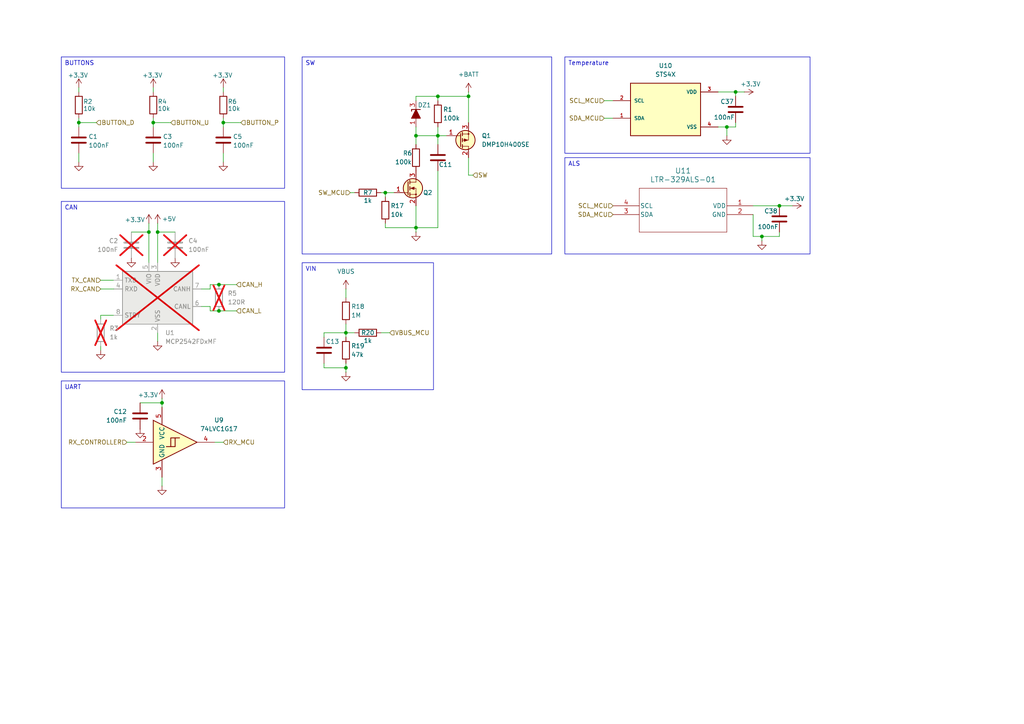
<source format=kicad_sch>
(kicad_sch (version 20250114) (generator "eeschema") (generator_version "9.0")
  (paper "A4")
  (lib_symbols
    (symbol "2025-11-13_13-24-09:LTR-329ALS-01" (pin_names (offset 0.254))
      (property "Reference" "U" (at 20.32 10.16 0))
      (property "Value" "LTR-329ALS-01" (at 20.32 7.62 0))
      (symbol "LTR-329ALS-01_0_1"
        (polyline (pts (xy 7.62 5.08) (xy 7.62 -7.62)) (stroke (width 0.127)))
        (polyline (pts (xy 7.62 -7.62) (xy 33.02 -7.62)) (stroke (width 0.127)))
        (polyline (pts (xy 33.02 5.08) (xy 7.62 5.08)) (stroke (width 0.127)))
        (polyline (pts (xy 33.02 -7.62) (xy 33.02 5.08)) (stroke (width 0.127)))
        (pin power_in line (at 0 0 0) (length 7.62) (name "VDD") (number "1"))
        (pin power_out line (at 0 -2.54 0) (length 7.62) (name "GND") (number "2"))
        (pin input line (at 40.64 0 180) (length 7.62) (name "SCL") (number "4"))
        (pin bidirectional line (at 40.64 -2.54 180) (length 7.62) (name "SDA") (number "3"))
      )
    )
    (symbol "74xGxx:74LVC1G17"
      (property "Reference" "U" (at 0 3.81 0))
      (property "Value" "74LVC1G17" (at 0 -3.81 0))
      (symbol "74LVC1G17_0_1"
        (polyline (pts (xy -7.62 6.35) (xy -7.62 -6.35) (xy 5.08 0) (xy -7.62 6.35)) (stroke (width 0.254)) (fill (type background)))
        (polyline (pts (xy -3.81 -1.27) (xy -2.54 -1.27) (xy -2.54 1.27) (xy -1.27 1.27)) (stroke (width 0.254)) (fill (type background)))
        (polyline (pts (xy -2.54 -1.27) (xy -1.27 -1.27) (xy -1.27 1.27) (xy 0 1.27)) (stroke (width 0.254)) (fill (type background)))
      )
      (symbol "74LVC1G17_1_1"
        (pin input line (at -12.7 0 0) (length 5.08) (name "~") (number "2"))
        (pin no_connect line (at -7.62 5.08 180) (length 5.08) (hide yes) (name "NC") (number "1"))
        (pin power_in line (at -5.08 10.16 270) (length 5.08) (name "VCC") (number "5"))
        (pin power_in line (at -5.08 -10.16 90) (length 5.08) (name "GND") (number "3"))
        (pin output line (at 10.16 0 180) (length 5.08) (name "~") (number "4"))
      )
    )
    (symbol "Device:C" (pin_numbers (hide yes)) (pin_names (offset 0.254))
      (property "Reference" "C" (at 0.635 2.54 0))
      (property "Value" "C" (at 0.635 -2.54 0))
      (symbol "C_0_1"
        (polyline (pts (xy -2.032 0.762) (xy 2.032 0.762)) (stroke (width 0.508)))
        (polyline (pts (xy -2.032 -0.762) (xy 2.032 -0.762)) (stroke (width 0.508)))
      )
      (symbol "C_1_1"
        (pin passive line (at 0 3.81 270) (length 2.794) (name "~") (number "1"))
        (pin passive line (at 0 -3.81 90) (length 2.794) (name "~") (number "2"))
      )
    )
    (symbol "Device:R" (pin_numbers (hide yes)) (pin_names (offset 0))
      (property "Reference" "R" (at 2.032 0 90))
      (property "Value" "R" (at 0 0 90))
      (symbol "R_0_1"
        (rectangle (start -1.016 -2.54) (end 1.016 2.54) (stroke (width 0.254)))
      )
      (symbol "R_1_1"
        (pin passive line (at 0 3.81 270) (length 1.27) (name "~") (number "1"))
        (pin passive line (at 0 -3.81 90) (length 1.27) (name "~") (number "2"))
      )
    )
    (symbol "Interface_CAN_LIN:MCP2542FDxMF"
      (property "Reference" "U" (at -10.16 8.89 0))
      (property "Value" "MCP2542FDxMF" (at 2.54 8.89 0))
      (symbol "MCP2542FDxMF_0_1"
        (rectangle (start -10.16 7.62) (end 10.16 -7.62) (stroke (width 0.254)) (fill (type background)))
      )
      (symbol "MCP2542FDxMF_1_1"
        (pin input line (at -12.7 5.08 0) (length 2.54) (name "TXD") (number "1"))
        (pin output line (at -12.7 2.54 0) (length 2.54) (name "RXD") (number "4"))
        (pin input line (at -12.7 -5.08 0) (length 2.54) (name "STBY") (number "8"))
        (pin power_in line (at -2.54 10.16 270) (length 2.54) (name "VIO") (number "5"))
        (pin power_in line (at 0 10.16 270) (length 2.54) (name "VDD") (number "3"))
        (pin power_in line (at 0 -10.16 90) (length 2.54) (name "VSS") (number "2"))
        (pin passive line (at 0 -10.16 90) (length 2.54) (hide yes) (name "VSS") (number "9"))
        (pin bidirectional line (at 12.7 2.54 180) (length 2.54) (name "CANH") (number "7"))
        (pin bidirectional line (at 12.7 -2.54 180) (length 2.54) (name "CANL") (number "6"))
      )
    )
    (symbol "PCM_Diode_Zener_AKL:BZX84-C12" (pin_names (offset 1.016) (hide yes))
      (property "Reference" "DZ" (at 0 5.08 0))
      (property "Value" "BZX84-C12" (at 0 2.54 0))
      (symbol "BZX84-C12_0_1"
        (polyline (pts (xy -1.27 1.27) (xy -1.27 -1.27) (xy 1.27 0) (xy -1.27 1.27)) (stroke (width 0.254)) (fill (type outline)))
        (polyline (pts (xy -1.27 0) (xy 1.27 0)))
        (polyline (pts (xy 1.27 1.27) (xy 0.762 1.27)) (stroke (width 0.254)))
        (polyline (pts (xy 1.27 -1.27) (xy 1.27 1.27)) (stroke (width 0.254)))
      )
      (symbol "BZX84-C12_0_2"
        (polyline (pts (xy -2.54 -2.54) (xy 2.54 2.54)))
        (polyline (pts (xy -0.889 -0.889) (xy -1.778 0) (xy 0.889 0.889) (xy 0 -1.778) (xy -0.889 -0.889)) (stroke (width 0.254)) (fill (type outline)))
        (polyline (pts (xy 0 1.778) (xy -0.381 1.397)) (stroke (width 0.254)))
        (polyline (pts (xy 0 1.778) (xy 1.778 0)) (stroke (width 0.254)))
      )
      (symbol "BZX84-C12_1_1"
        (pin passive line (at -3.81 0 0) (length 2.54) (name "A") (number "1"))
        (pin free line (at 0 0 0) (length 2.54) (hide yes) (name "NC") (number "2"))
        (pin passive line (at 3.81 0 180) (length 2.54) (name "K") (number "3"))
      )
      (symbol "BZX84-C12_1_2"
        (pin passive line (at -2.54 -2.54 0) (length 0) (name "A") (number "1"))
        (pin free line (at 0 0 0) (length 2.54) (hide yes) (name "NC") (number "2"))
        (pin passive line (at 2.54 2.54 180) (length 0) (name "K") (number "3"))
      )
    )
    (symbol "PCM_Transistor_MOSFET_AKL:BSS123" (pin_names (hide yes))
      (property "Reference" "Q" (at 5.08 1.27 0))
      (property "Value" "BSS123" (at 5.08 -1.27 0))
      (symbol "BSS123_0_1"
        (polyline (pts (xy 0.254 1.905) (xy 0.254 -1.905)) (stroke (width 0.254)))
        (polyline (pts (xy 0.254 -1.27) (xy -2.54 -1.27)))
        (polyline (pts (xy 0.762 2.286) (xy 0.762 1.27)) (stroke (width 0.254)))
        (polyline (pts (xy 0.762 0.508) (xy 0.762 -0.508)) (stroke (width 0.254)))
        (polyline (pts (xy 0.762 -1.27) (xy 0.762 -2.286)) (stroke (width 0.254)))
        (polyline (pts (xy 0.762 -1.778) (xy 2.54 -1.778)))
        (polyline (pts (xy 1.016 0) (xy 2.032 0.381) (xy 2.032 -0.381) (xy 1.016 0)) (fill (type outline)))
        (circle (center 1.651 0) (radius 2.794) (stroke (width 0.254)) (fill (type background)))
        (polyline (pts (xy 2.54 2.54) (xy 2.54 1.778)))
        (polyline (pts (xy 2.54 1.778) (xy 0.762 1.778)))
        (circle (center 2.54 -1.778) (radius 0.1778) (fill (type outline)))
        (polyline (pts (xy 2.54 -2.54) (xy 2.54 0) (xy 0.762 0)))
      )
      (symbol "BSS123_1_1"
        (pin input line (at -3.81 -1.27 0) (length 2.54) (name "G") (number "1"))
        (pin passive line (at 2.54 5.08 270) (length 2.54) (name "D") (number "3"))
        (pin passive line (at 2.54 -5.08 90) (length 2.54) (name "S") (number "2"))
      )
    )
    (symbol "PCM_Transistor_MOSFET_AKL:DMP10H400SE" (pin_names (hide yes))
      (property "Reference" "Q" (at 5.08 1.27 0))
      (property "Value" "DMP10H400SE" (at 5.08 -1.27 0))
      (symbol "DMP10H400SE_0_1"
        (polyline (pts (xy 0.254 1.27) (xy -2.54 1.27)))
        (polyline (pts (xy 0.254 -1.905) (xy 0.254 1.905)) (stroke (width 0.254)))
        (polyline (pts (xy 0.762 1.778) (xy 2.54 1.778)))
        (polyline (pts (xy 0.762 1.27) (xy 0.762 2.286)) (stroke (width 0.254)))
        (polyline (pts (xy 0.762 -0.508) (xy 0.762 0.508)) (stroke (width 0.254)))
        (polyline (pts (xy 0.762 -1.778) (xy 2.54 -1.778)))
        (polyline (pts (xy 0.762 -2.286) (xy 0.762 -1.27)) (stroke (width 0.254)))
        (polyline (pts (xy 2.286 0) (xy 1.27 -0.381) (xy 1.27 0.381) (xy 2.286 0)) (fill (type outline)))
        (polyline (pts (xy 2.54 2.54) (xy 2.54 0) (xy 0.762 0)))
        (polyline (pts (xy 2.54 -2.54) (xy 2.54 -1.778)))
      )
      (symbol "DMP10H400SE_1_1"
        (circle (center 1.651 0) (radius 2.794) (stroke (width 0.254)) (fill (type background)))
        (circle (center 2.54 1.778) (radius 0.1778) (fill (type outline)))
        (pin input line (at -3.81 1.27 0) (length 2.54) (name "G") (number "1"))
        (pin passive line (at 2.54 5.08 270) (length 2.54) (name "S") (number "3"))
        (pin passive line (at 2.54 -5.08 90) (length 2.54) (name "D") (number "2"))
      )
    )
    (symbol "STS4X:STS4X" (pin_names (offset 1.016))
      (property "Reference" "U" (at -10.16 8.89 0))
      (property "Value" "STS4X" (at -10.16 -10.16 0))
      (symbol "STS4X_0_0"
        (rectangle (start -10.16 -7.62) (end 10.16 7.62) (stroke (width 0.254)) (fill (type background)))
        (pin input line (at -15.24 2.54 0) (length 5.08) (name "SCL") (number "2"))
        (pin bidirectional line (at -15.24 -2.54 0) (length 5.08) (name "SDA") (number "1"))
        (pin power_in line (at 15.24 5.08 180) (length 5.08) (name "VDD") (number "3"))
        (pin power_in line (at 15.24 -5.08 180) (length 5.08) (name "VSS") (number "4"))
      )
    )
    (symbol "power:+3.3V" (power) (pin_numbers (hide yes)) (pin_names (offset 0) (hide yes))
      (property "Value" "+3.3V" (at 0 3.556 0))
      (symbol "+3.3V_0_1"
        (polyline (pts (xy -0.762 1.27) (xy 0 2.54)))
        (polyline (pts (xy 0 2.54) (xy 0.762 1.27)))
        (polyline (pts (xy 0 0) (xy 0 2.54)))
      )
      (symbol "+3.3V_1_1"
        (pin power_in line (at 0 0 90) (length 0) (name "~") (number "1"))
      )
    )
    (symbol "power:+5V" (power) (pin_numbers (hide yes)) (pin_names (offset 0) (hide yes))
      (property "Value" "+5V" (at 0 3.556 0))
      (symbol "+5V_0_1"
        (polyline (pts (xy -0.762 1.27) (xy 0 2.54)))
        (polyline (pts (xy 0 2.54) (xy 0.762 1.27)))
        (polyline (pts (xy 0 0) (xy 0 2.54)))
      )
      (symbol "+5V_1_1"
        (pin power_in line (at 0 0 90) (length 0) (name "~") (number "1"))
      )
    )
    (symbol "power:+BATT" (power) (pin_numbers (hide yes)) (pin_names (offset 0) (hide yes))
      (property "Value" "+BATT" (at 0 3.556 0))
      (symbol "+BATT_0_1"
        (polyline (pts (xy -0.762 1.27) (xy 0 2.54)))
        (polyline (pts (xy 0 2.54) (xy 0.762 1.27)))
        (polyline (pts (xy 0 0) (xy 0 2.54)))
      )
      (symbol "+BATT_1_1"
        (pin power_in line (at 0 0 90) (length 0) (name "~") (number "1"))
      )
    )
    (symbol "power:GND" (power) (pin_numbers (hide yes)) (pin_names (offset 0) (hide yes))
      (property "Value" "GND" (at 0 -3.81 0))
      (symbol "GND_0_1"
        (polyline (pts (xy 0 0) (xy 0 -1.27) (xy 1.27 -1.27) (xy 0 -2.54) (xy -1.27 -1.27) (xy 0 -1.27)))
      )
      (symbol "GND_1_1"
        (pin power_in line (at 0 0 270) (length 0) (name "~") (number "1"))
      )
    )
    (symbol "power:VBUS" (power) (pin_numbers (hide yes)) (pin_names (offset 0) (hide yes))
      (property "Value" "VBUS" (at 0 3.556 0))
      (symbol "VBUS_0_1"
        (polyline (pts (xy -0.762 1.27) (xy 0 2.54)))
        (polyline (pts (xy 0 2.54) (xy 0.762 1.27)))
        (polyline (pts (xy 0 0) (xy 0 2.54)))
      )
      (symbol "VBUS_1_1"
        (pin power_in line (at 0 0 90) (length 0) (name "~") (number "1"))
      )
    )
  )
  (text_box "Temperature" (at 163.83 16.51 0) (size 71.12 27.94) (margins 0.9525 0.9525 0.9525 0.9525) (effects (font (size 1.27 1.27)) (justify left top)))
  (text_box "SW\n" (at 87.63 16.51 0) (size 72.39 57.15) (margins 0.9525 0.9525 0.9525 0.9525) (effects (font (size 1.27 1.27)) (justify left top)))
  (text_box "ALS" (at 163.83 45.72 0) (size 71.12 27.94) (margins 0.9525 0.9525 0.9525 0.9525) (effects (font (size 1.27 1.27)) (justify left top)))
  (text_box "VIN" (at 87.63 76.2 0) (size 38.1 36.83) (margins 0.9525 0.9525 0.9525 0.9525) (effects (font (size 1.27 1.27)) (justify left top)))
  (text_box "UART" (at 17.78 110.49 0) (size 64.77 36.83) (margins 0.9525 0.9525 0.9525 0.9525) (effects (font (size 1.27 1.27)) (justify left top)))
  (text_box "BUTTONS" (at 17.78 16.51 0) (size 64.77 38.1) (margins 0.9525 0.9525 0.9525 0.9525) (effects (font (size 1.27 1.27)) (justify left top)))
  (text_box "CAN" (at 17.78 58.42 0) (size 64.77 49.53) (margins 0.9525 0.9525 0.9525 0.9525) (effects (font (size 1.27 1.27)) (justify left top)))
  (junction (at 127 39.37))
  (junction (at 210.82 36.83))
  (junction (at 43.18 67.31))
  (junction (at 22.86 35.56))
  (junction (at 220.98 68.58))
  (junction (at 45.72 67.31))
  (junction (at 100.33 96.52))
  (junction (at 213.36 26.67))
  (junction (at 63.5 90.17))
  (junction (at 120.65 39.37))
  (junction (at 111.76 55.88))
  (junction (at 120.65 66.04))
  (junction (at 46.99 116.84))
  (junction (at 226.06 59.69))
  (junction (at 127 27.94))
  (junction (at 100.33 106.68))
  (junction (at 44.45 35.56))
  (junction (at 64.77 35.56))
  (junction (at 63.5 82.55))
  (junction (at 135.89 27.94))
  (wire (pts (xy 93.98 106.68) (xy 100.33 106.68)))
  (wire (pts (xy 120.65 36.83) (xy 120.65 39.37)))
  (wire (pts (xy 46.99 115.57) (xy 46.99 116.84)))
  (wire (pts (xy 175.26 29.21) (xy 177.8 29.21)))
  (wire (pts (xy 29.21 100.33) (xy 29.21 101.6)))
  (wire (pts (xy 218.44 68.58) (xy 220.98 68.58)))
  (wire (pts (xy 218.44 62.23) (xy 218.44 68.58)))
  (wire (pts (xy 218.44 59.69) (xy 226.06 59.69)))
  (wire (pts (xy 93.98 96.52) (xy 100.33 96.52)))
  (wire (pts (xy 45.72 96.52) (xy 45.72 99.06)))
  (wire (pts (xy 220.98 68.58) (xy 226.06 68.58)))
  (wire (pts (xy 45.72 67.31) (xy 45.72 76.2)))
  (wire (pts (xy 60.96 88.9) (xy 58.42 88.9)))
  (wire (pts (xy 111.76 66.04) (xy 120.65 66.04)))
  (wire (pts (xy 29.21 81.28) (xy 33.02 81.28)))
  (wire (pts (xy 226.06 68.58) (xy 226.06 67.31)))
  (wire (pts (xy 111.76 57.15) (xy 111.76 55.88)))
  (wire (pts (xy 137.16 50.8) (xy 135.89 50.8)))
  (wire (pts (xy 213.36 36.83) (xy 210.82 36.83)))
  (wire (pts (xy 127 36.83) (xy 127 39.37)))
  (wire (pts (xy 175.26 34.29) (xy 177.8 34.29)))
  (wire (pts (xy 93.98 97.79) (xy 93.98 96.52)))
  (wire (pts (xy 22.86 35.56) (xy 27.94 35.56)))
  (wire (pts (xy 44.45 25.4) (xy 44.45 26.67)))
  (wire (pts (xy 127 39.37) (xy 129.54 39.37)))
  (wire (pts (xy 64.77 35.56) (xy 69.85 35.56)))
  (wire (pts (xy 100.33 96.52) (xy 100.33 97.79)))
  (wire (pts (xy 120.65 39.37) (xy 120.65 41.91)))
  (wire (pts (xy 29.21 83.82) (xy 33.02 83.82)))
  (wire (pts (xy 120.65 67.31) (xy 120.65 66.04)))
  (wire (pts (xy 100.33 93.98) (xy 100.33 96.52)))
  (wire (pts (xy 93.98 105.41) (xy 93.98 106.68)))
  (wire (pts (xy 213.36 35.56) (xy 213.36 36.83)))
  (wire (pts (xy 127 49.53) (xy 127 66.04)))
  (wire (pts (xy 210.82 36.83) (xy 208.28 36.83)))
  (wire (pts (xy 36.83 128.27) (xy 39.37 128.27)))
  (wire (pts (xy 22.86 44.45) (xy 22.86 46.99)))
  (wire (pts (xy 64.77 44.45) (xy 64.77 46.99)))
  (wire (pts (xy 213.36 26.67) (xy 213.36 27.94)))
  (wire (pts (xy 60.96 82.55) (xy 63.5 82.55)))
  (wire (pts (xy 135.89 26.67) (xy 135.89 27.94)))
  (wire (pts (xy 100.33 96.52) (xy 102.87 96.52)))
  (wire (pts (xy 100.33 105.41) (xy 100.33 106.68)))
  (wire (pts (xy 64.77 35.56) (xy 64.77 36.83)))
  (wire (pts (xy 60.96 90.17) (xy 63.5 90.17)))
  (wire (pts (xy 44.45 35.56) (xy 49.53 35.56)))
  (wire (pts (xy 64.77 34.29) (xy 64.77 35.56)))
  (wire (pts (xy 213.36 26.67) (xy 215.9 26.67)))
  (wire (pts (xy 135.89 50.8) (xy 135.89 45.72)))
  (wire (pts (xy 44.45 44.45) (xy 44.45 46.99)))
  (wire (pts (xy 127 29.21) (xy 127 27.94)))
  (wire (pts (xy 29.21 92.71) (xy 29.21 91.44)))
  (wire (pts (xy 127 66.04) (xy 120.65 66.04)))
  (wire (pts (xy 210.82 39.37) (xy 210.82 36.83)))
  (wire (pts (xy 64.77 25.4) (xy 64.77 26.67)))
  (wire (pts (xy 100.33 106.68) (xy 100.33 107.95)))
  (wire (pts (xy 127 27.94) (xy 135.89 27.94)))
  (wire (pts (xy 62.23 128.27) (xy 64.77 128.27)))
  (wire (pts (xy 120.65 29.21) (xy 120.65 27.94)))
  (wire (pts (xy 220.98 68.58) (xy 220.98 69.85)))
  (wire (pts (xy 43.18 64.77) (xy 43.18 67.31)))
  (wire (pts (xy 60.96 90.17) (xy 60.96 88.9)))
  (wire (pts (xy 46.99 138.43) (xy 46.99 140.97)))
  (wire (pts (xy 22.86 35.56) (xy 22.86 36.83)))
  (wire (pts (xy 208.28 26.67) (xy 213.36 26.67)))
  (wire (pts (xy 63.5 90.17) (xy 68.58 90.17)))
  (wire (pts (xy 22.86 25.4) (xy 22.86 26.67)))
  (wire (pts (xy 120.65 39.37) (xy 127 39.37)))
  (wire (pts (xy 135.89 27.94) (xy 135.89 35.56)))
  (wire (pts (xy 110.49 55.88) (xy 111.76 55.88)))
  (wire (pts (xy 22.86 34.29) (xy 22.86 35.56)))
  (wire (pts (xy 60.96 83.82) (xy 58.42 83.82)))
  (wire (pts (xy 60.96 82.55) (xy 60.96 83.82)))
  (wire (pts (xy 63.5 82.55) (xy 68.58 82.55)))
  (wire (pts (xy 110.49 96.52) (xy 113.03 96.52)))
  (wire (pts (xy 38.1 67.31) (xy 43.18 67.31)))
  (wire (pts (xy 120.65 27.94) (xy 127 27.94)))
  (wire (pts (xy 111.76 66.04) (xy 111.76 64.77)))
  (wire (pts (xy 44.45 35.56) (xy 44.45 36.83)))
  (wire (pts (xy 40.64 116.84) (xy 46.99 116.84)))
  (wire (pts (xy 120.65 59.69) (xy 120.65 66.04)))
  (wire (pts (xy 100.33 83.82) (xy 100.33 86.36)))
  (wire (pts (xy 226.06 59.69) (xy 229.87 59.69)))
  (wire (pts (xy 44.45 34.29) (xy 44.45 35.56)))
  (wire (pts (xy 29.21 91.44) (xy 33.02 91.44)))
  (wire (pts (xy 43.18 67.31) (xy 43.18 76.2)))
  (wire (pts (xy 127 41.91) (xy 127 39.37)))
  (wire (pts (xy 101.6 55.88) (xy 102.87 55.88)))
  (wire (pts (xy 46.99 116.84) (xy 46.99 118.11)))
  (wire (pts (xy 45.72 67.31) (xy 50.8 67.31)))
  (wire (pts (xy 111.76 55.88) (xy 114.3 55.88)))
  (wire (pts (xy 45.72 64.77) (xy 45.72 67.31)))
  (hierarchical_label "BUTTON_U" (shape input) (at 49.53 35.56 0))
  (hierarchical_label "SW" (shape input) (at 137.16 50.8 0))
  (hierarchical_label "VBUS_MCU" (shape input) (at 113.03 96.52 0))
  (hierarchical_label "SW_MCU" (shape input) (at 101.6 55.88 180))
  (hierarchical_label "RX_CAN" (shape input) (at 29.21 83.82 180))
  (hierarchical_label "CAN_H" (shape input) (at 68.58 82.55 0))
  (hierarchical_label "BUTTON_D" (shape input) (at 27.94 35.56 0))
  (hierarchical_label "CAN_L" (shape input) (at 68.58 90.17 0))
  (hierarchical_label "SCL_MCU" (shape input) (at 175.26 29.21 180))
  (hierarchical_label "RX_MCU" (shape input) (at 64.77 128.27 0))
  (hierarchical_label "SDA_MCU" (shape input) (at 175.26 34.29 180))
  (hierarchical_label "TX_CAN" (shape input) (at 29.21 81.28 180))
  (hierarchical_label "SCL_MCU" (shape input) (at 177.8 59.69 180))
  (hierarchical_label "BUTTON_P" (shape input) (at 69.85 35.56 0))
  (hierarchical_label "RX_CONTROLLER" (shape input) (at 36.83 128.27 180))
  (hierarchical_label "SDA_MCU" (shape input) (at 177.8 62.23 180))
  (symbol (lib_id "power:GND") (at 40.64 124.46 0) (unit 1)
    (property "Reference" "#PWR033" (effects (hide yes)))
    (property "Value" "GND" (effects (hide yes)))
    (property "Description" "Power symbol creates a global label with name \"GND\" , ground" (effects (hide yes)))
  )
  (symbol (lib_id "power:GND") (at 50.8 74.93 0) (unit 1)
    (property "Reference" "#PWR011" (effects (hide yes)))
    (property "Value" "GND" (effects (hide yes)))
    (property "Description" "Power symbol creates a global label with name \"GND\" , ground" (effects (hide yes)))
  )
  (symbol (lib_id "power:GND") (at 44.45 46.99 0) (unit 1)
    (property "Reference" "#PWR08" (effects (hide yes)))
    (property "Value" "GND" (effects (hide yes)))
    (property "Description" "Power symbol creates a global label with name \"GND\" , ground" (effects (hide yes)))
  )
  (symbol (lib_id "power:+3.3V") (at 46.99 115.57 0) (unit 1)
    (property "Reference" "#PWR032" (effects (hide yes)))
    (property "Value" "+3.3V" (at 42.926 114.554 0))
    (property "Description" "Power symbol creates a global label with name \"+3.3V\"" (effects (hide yes)))
  )
  (symbol (lib_id "STS4X:STS4X") (at 193.04 31.75 0) (unit 1)
    (property "Reference" "U10" (at 193.04 19.05 0))
    (property "Value" "STS4X" (at 193.04 21.59 0))
    (property "Footprint" "PEAK:STS4X" (effects (hide yes)))
  )
  (symbol (lib_id "Device:R") (at 100.33 90.17 0) (unit 1)
    (property "Reference" "R18" (at 101.854 88.9 0) (effects (justify left)))
    (property "Value" "1M" (at 101.854 91.44 0) (effects (justify left)))
    (property "Footprint" "Resistor_SMD:R_0603_1608Metric" (effects (hide yes)))
    (property "Description" "Resistor" (effects (hide yes)))
  )
  (symbol (lib_id "power:+5V") (at 45.72 64.77 0) (unit 1)
    (property "Reference" "#PWR09" (effects (hide yes)))
    (property "Value" "+5V" (at 49.022 63.5 0))
    (property "Description" "Power symbol creates a global label with name \"+5V\"" (effects (hide yes)))
  )
  (symbol (lib_id "Device:R") (at 64.77 30.48 0) (unit 1)
    (property "Reference" "R6" (at 66.04 29.464 0) (effects (justify left)))
    (property "Value" "10k" (at 66.04 31.496 0) (effects (justify left)))
    (property "Footprint" "Resistor_SMD:R_0603_1608Metric" (effects (hide yes)))
    (property "Description" "Resistor" (effects (hide yes)))
  )
  (symbol (lib_id "Device:R") (at 120.65 45.72 0) (unit 1)
    (property "Reference" "R6" (at 116.84 44.45 0) (effects (justify left)))
    (property "Value" "100k" (at 114.554 46.99 0) (effects (justify left)))
    (property "Footprint" "Resistor_SMD:R_0805_2012Metric" (effects (hide yes)))
    (property "Description" "Resistor" (effects (hide yes)))
  )
  (symbol (lib_id "2025-11-13_13-24-09:LTR-329ALS-01") (at 218.44 59.69 0) (mirror y) (unit 1)
    (property "Reference" "U11" (at 198.12 49.53 0) (effects (font (size 1.524 1.524))))
    (property "Value" "LTR-329ALS-01" (at 198.12 52.07 0) (effects (font (size 1.524 1.524))))
    (property "Footprint" "PEAK:LTR-329ALS-01_LTO" (effects (hide yes)))
    (property "Datasheet" "LTR-329ALS-01" (effects (hide yes)))
  )
  (symbol (lib_id "power:GND") (at 210.82 39.37 0) (unit 1)
    (property "Reference" "#PWR071" (effects (hide yes)))
    (property "Value" "GND" (effects (hide yes)))
    (property "Description" "Power symbol creates a global label with name \"GND\" , ground" (effects (hide yes)))
  )
  (symbol (lib_id "Device:C") (at 93.98 101.6 0) (unit 1)
    (property "Reference" "C13" (at 94.488 99.06 0) (effects (justify left)))
    (property "Value" "1uF" (effects (hide yes)))
    (property "Footprint" "Capacitor_SMD:C_0603_1608Metric" (effects (hide yes)))
    (property "Description" "Unpolarized capacitor" (effects (hide yes)))
  )
  (symbol (lib_id "Device:C") (at 38.1 71.12 0) (mirror y) (unit 1) (dnp yes)
    (property "Reference" "C2" (at 34.29 69.8499 0) (effects (justify left)))
    (property "Value" "100nF" (at 34.29 72.3899 0) (effects (justify left)))
    (property "Footprint" "Capacitor_SMD:C_0603_1608Metric" (effects (hide yes)))
    (property "Description" "Unpolarized capacitor" (effects (hide yes)))
  )
  (symbol (lib_id "power:GND") (at 46.99 140.97 0) (unit 1)
    (property "Reference" "#PWR031" (effects (hide yes)))
    (property "Value" "GND" (effects (hide yes)))
    (property "Description" "Power symbol creates a global label with name \"GND\" , ground" (effects (hide yes)))
  )
  (symbol (lib_id "Device:C") (at 50.8 71.12 0) (unit 1) (dnp yes)
    (property "Reference" "C4" (at 54.61 69.8499 0) (effects (justify left)))
    (property "Value" "100nF" (at 54.61 72.3899 0) (effects (justify left)))
    (property "Footprint" "Capacitor_SMD:C_0603_1608Metric" (effects (hide yes)))
    (property "Description" "Unpolarized capacitor" (effects (hide yes)))
  )
  (symbol (lib_id "Device:C") (at 213.36 31.75 0) (mirror y) (unit 1)
    (property "Reference" "C37" (at 212.852 29.464 0) (effects (justify left)))
    (property "Value" "100nF" (at 213.106 34.036 0) (effects (justify left)))
    (property "Footprint" "Capacitor_SMD:C_0603_1608Metric" (effects (hide yes)))
    (property "Description" "Unpolarized capacitor" (effects (hide yes)))
  )
  (symbol (lib_id "PCM_Diode_Zener_AKL:BZX84-C12") (at 120.65 33.02 90) (unit 1)
    (property "Reference" "DZ1" (at 121.158 30.48 90) (effects (justify right)))
    (property "Value" "BZX84-C12" (effects (hide yes)))
    (property "Footprint" "PCM_Package_TO_SOT_SMD_AKL:SOT-23" (effects (hide yes)))
    (property "Datasheet" "https://www.tme.eu/Document/03134464ef3da46d8e5dc5da660bfe59/bzx84c2v4.pdf" (effects (hide yes)))
    (property "Description" "SOT-23 Zener diode, 12V, 300mW, Alternate KiCAD Library" (effects (hide yes)))
  )
  (symbol (lib_id "Device:R") (at 127 33.02 0) (unit 1)
    (property "Reference" "R1" (at 128.524 31.75 0) (effects (justify left)))
    (property "Value" "100k" (at 128.524 34.29 0) (effects (justify left)))
    (property "Footprint" "Resistor_SMD:R_0805_2012Metric" (effects (hide yes)))
    (property "Description" "Resistor" (effects (hide yes)))
  )
  (symbol (lib_id "power:+3.3V") (at 44.45 25.4 0) (unit 1)
    (property "Reference" "#PWR07" (effects (hide yes)))
    (property "Value" "+3.3V" (at 44.196 21.844 0))
    (property "Description" "Power symbol creates a global label with name \"+3.3V\"" (effects (hide yes)))
  )
  (symbol (lib_id "Device:R") (at 63.5 86.36 0) (unit 1) (dnp yes)
    (property "Reference" "R5" (at 66.04 85.0899 0) (effects (justify left)))
    (property "Value" "120R" (at 66.04 87.6299 0) (effects (justify left)))
    (property "Footprint" "PCM_Resistor_SMD_AKL:R_0603_1608Metric" (effects (hide yes)))
    (property "Description" "Resistor" (effects (hide yes)))
  )
  (symbol (lib_id "Device:C") (at 44.45 40.64 0) (unit 1)
    (property "Reference" "C3" (at 47.244 39.624 0) (effects (justify left)))
    (property "Value" "100nF" (at 47.244 42.164 0) (effects (justify left)))
    (property "Footprint" "Capacitor_SMD:C_0603_1608Metric" (effects (hide yes)))
    (property "Description" "Unpolarized capacitor" (effects (hide yes)))
  )
  (symbol (lib_id "power:+3.3V") (at 43.18 64.77 0) (unit 1)
    (property "Reference" "#PWR06" (effects (hide yes)))
    (property "Value" "+3.3V" (at 39.116 63.754 0))
    (property "Description" "Power symbol creates a global label with name \"+3.3V\"" (effects (hide yes)))
  )
  (symbol (lib_id "power:GND") (at 120.65 67.31 0) (unit 1)
    (property "Reference" "#PWR030" (effects (hide yes)))
    (property "Value" "GND" (effects (hide yes)))
    (property "Description" "Power symbol creates a global label with name \"GND\" , ground" (effects (hide yes)))
  )
  (symbol (lib_id "power:GND") (at 29.21 101.6 0) (unit 1)
    (property "Reference" "#PWR04" (effects (hide yes)))
    (property "Value" "GND" (effects (hide yes)))
    (property "Description" "Power symbol creates a global label with name \"GND\" , ground" (effects (hide yes)))
  )
  (symbol (lib_id "power:VBUS") (at 100.33 83.82 0) (unit 1)
    (property "Reference" "#PWR034" (effects (hide yes)))
    (property "Value" "VBUS" (at 100.33 78.74 0))
    (property "Description" "Power symbol creates a global label with name \"VBUS\"" (effects (hide yes)))
  )
  (symbol (lib_id "PCM_Transistor_MOSFET_AKL:BSS123") (at 118.11 54.61 0) (unit 1)
    (property "Reference" "Q2" (at 122.682 55.88 0) (effects (justify left)))
    (property "Value" "BSS123" (effects (hide yes)))
    (property "Footprint" "PCM_Package_TO_SOT_SMD_AKL:SOT-23" (effects (hide yes)))
    (property "Datasheet" "https://www.tme.eu/Document/ad8ba97d41c3fa59dd12a838ef660cd2/BSS123-FAI.pdf" (effects (hide yes)))
    (property "Description" "SOT-23 N-MOSFET enchancement mode transistor, 100V, 170mA, 360mW, Alternate KiCAD Library" (effects (hide yes)))
  )
  (symbol (lib_id "74xGxx:74LVC1G17") (at 52.07 128.27 0) (unit 1)
    (property "Reference" "U9" (at 63.5 121.8498 0))
    (property "Value" "74LVC1G17" (at 63.5 124.3898 0))
    (property "Footprint" "PCM_Package_TO_SOT_SMD_AKL:SOT-23-5" (effects (hide yes)))
    (property "Datasheet" "https://www.ti.com/lit/ds/symlink/sn74lvc1g17.pdf" (effects (hide yes)))
    (property "Description" "Single Schmitt Buffer Gate, Low-Voltage CMOS" (effects (hide yes)))
  )
  (symbol (lib_id "Device:C") (at 127 45.72 0) (unit 1)
    (property "Reference" "C11" (at 127.254 47.752 0) (effects (justify left)))
    (property "Value" "100nF/100V" (effects (hide yes)))
    (property "Footprint" "Capacitor_SMD:C_0805_2012Metric" (effects (hide yes)))
    (property "Description" "Unpolarized capacitor" (effects (hide yes)))
  )
  (symbol (lib_id "Interface_CAN_LIN:MCP2542FDxMF") (at 45.72 86.36 0) (unit 1) (dnp yes)
    (property "Reference" "U1" (at 47.9141 96.52 0) (effects (justify left)))
    (property "Value" "MCP2542FDxMF" (at 47.9141 99.06 0) (effects (justify left)))
    (property "Footprint" "Package_DFN_QFN:DFN-8-1EP_3x3mm_P0.65mm_EP1.55x2.4mm" (effects (hide yes)))
    (property "Datasheet" "http://ww1.microchip.com/downloads/en/DeviceDoc/MCP2542FD-4FD-MCP2542WFD-4WFD-Data-Sheet20005514B.pdf" (effects (hide yes)))
    (property "Description" "CAN-FD Transceiver, Wake-Up on CAN activity, 8Mbps, 5V supply, STBY pin, 3x3 DFN-8" (effects (hide yes)))
  )
  (symbol (lib_id "power:GND") (at 45.72 99.06 0) (unit 1)
    (property "Reference" "#PWR010" (effects (hide yes)))
    (property "Value" "GND" (effects (hide yes)))
    (property "Description" "Power symbol creates a global label with name \"GND\" , ground" (effects (hide yes)))
  )
  (symbol (lib_id "power:+3.3V") (at 229.87 59.69 270) (unit 1)
    (property "Reference" "#PWR073" (effects (hide yes)))
    (property "Value" "+3.3V" (at 230.378 57.658 90))
    (property "Description" "Power symbol creates a global label with name \"+3.3V\"" (effects (hide yes)))
  )
  (symbol (lib_id "Device:R") (at 44.45 30.48 0) (unit 1)
    (property "Reference" "R4" (at 45.72 29.464 0) (effects (justify left)))
    (property "Value" "10k" (at 45.72 31.496 0) (effects (justify left)))
    (property "Footprint" "Resistor_SMD:R_0603_1608Metric" (effects (hide yes)))
    (property "Description" "Resistor" (effects (hide yes)))
  )
  (symbol (lib_id "PCM_Transistor_MOSFET_AKL:DMP10H400SE") (at 133.35 40.64 0) (unit 1)
    (property "Reference" "Q1" (at 139.7 39.3699 0) (effects (justify left)))
    (property "Value" "DMP10H400SE" (at 139.7 41.9099 0) (effects (justify left)))
    (property "Footprint" "PCM_Package_TO_SOT_SMD_AKL:SOT-223-3_TabPin2" (effects (hide yes)))
    (property "Datasheet" "https://www.tme.eu/Document/c5a83b7df29e0f3e514b4d8855398353/DMP10H400SE.pdf" (effects (hide yes)))
    (property "Description" "SOT-223 P-MOSFET enchancement mode transistor, 100V, 6A, 2W, Alternate KiCAD Library" (effects (hide yes)))
  )
  (symbol (lib_id "power:+BATT") (at 135.89 26.67 0) (unit 1)
    (property "Reference" "#PWR044" (effects (hide yes)))
    (property "Value" "+BATT" (at 135.89 21.59 0))
    (property "Description" "Power symbol creates a global label with name \"+BATT\"" (effects (hide yes)))
  )
  (symbol (lib_id "power:GND") (at 100.33 107.95 0) (unit 1)
    (property "Reference" "#PWR070" (effects (hide yes)))
    (property "Value" "GND" (effects (hide yes)))
    (property "Description" "Power symbol creates a global label with name \"GND\" , ground" (effects (hide yes)))
  )
  (symbol (lib_id "Device:C") (at 22.86 40.64 0) (unit 1)
    (property "Reference" "C1" (at 25.654 39.624 0) (effects (justify left)))
    (property "Value" "100nF" (at 25.654 42.164 0) (effects (justify left)))
    (property "Footprint" "Capacitor_SMD:C_0603_1608Metric" (effects (hide yes)))
    (property "Description" "Unpolarized capacitor" (effects (hide yes)))
  )
  (symbol (lib_id "power:+3.3V") (at 22.86 25.4 0) (unit 1)
    (property "Reference" "#PWR02" (effects (hide yes)))
    (property "Value" "+3.3V" (at 22.606 21.844 0))
    (property "Description" "Power symbol creates a global label with name \"+3.3V\"" (effects (hide yes)))
  )
  (symbol (lib_id "power:GND") (at 220.98 69.85 0) (unit 1)
    (property "Reference" "#PWR074" (effects (hide yes)))
    (property "Value" "GND" (effects (hide yes)))
    (property "Description" "Power symbol creates a global label with name \"GND\" , ground" (effects (hide yes)))
  )
  (symbol (lib_id "Device:C") (at 226.06 63.5 0) (mirror y) (unit 1)
    (property "Reference" "C38" (at 225.552 61.214 0) (effects (justify left)))
    (property "Value" "100nF" (at 225.806 65.786 0) (effects (justify left)))
    (property "Footprint" "Capacitor_SMD:C_0603_1608Metric" (effects (hide yes)))
    (property "Description" "Unpolarized capacitor" (effects (hide yes)))
  )
  (symbol (lib_id "power:+3.3V") (at 215.9 26.67 270) (unit 1)
    (property "Reference" "#PWR072" (effects (hide yes)))
    (property "Value" "+3.3V" (at 217.678 24.384 90))
    (property "Description" "Power symbol creates a global label with name \"+3.3V\"" (effects (hide yes)))
  )
  (symbol (lib_id "power:GND") (at 22.86 46.99 0) (unit 1)
    (property "Reference" "#PWR03" (effects (hide yes)))
    (property "Value" "GND" (effects (hide yes)))
    (property "Description" "Power symbol creates a global label with name \"GND\" , ground" (effects (hide yes)))
  )
  (symbol (lib_id "Device:C") (at 64.77 40.64 0) (unit 1)
    (property "Reference" "C5" (at 67.564 39.624 0) (effects (justify left)))
    (property "Value" "100nF" (at 67.564 42.164 0) (effects (justify left)))
    (property "Footprint" "Capacitor_SMD:C_0603_1608Metric" (effects (hide yes)))
    (property "Description" "Unpolarized capacitor" (effects (hide yes)))
  )
  (symbol (lib_id "Device:C") (at 40.64 120.65 0) (mirror y) (unit 1)
    (property "Reference" "C12" (at 36.83 119.3799 0) (effects (justify left)))
    (property "Value" "100nF" (at 36.83 121.9199 0) (effects (justify left)))
    (property "Footprint" "Capacitor_SMD:C_0603_1608Metric" (effects (hide yes)))
    (property "Description" "Unpolarized capacitor" (effects (hide yes)))
  )
  (symbol (lib_id "Device:R") (at 106.68 96.52 90) (unit 1)
    (property "Reference" "R20" (at 106.68 96.52 90))
    (property "Value" "1k" (at 106.68 98.806 90))
    (property "Footprint" "Resistor_SMD:R_0603_1608Metric" (effects (hide yes)))
    (property "Description" "Resistor" (effects (hide yes)))
  )
  (symbol (lib_id "Device:R") (at 22.86 30.48 0) (unit 1)
    (property "Reference" "R2" (at 24.13 29.464 0) (effects (justify left)))
    (property "Value" "10k" (at 24.13 31.496 0) (effects (justify left)))
    (property "Footprint" "Resistor_SMD:R_0603_1608Metric" (effects (hide yes)))
    (property "Description" "Resistor" (effects (hide yes)))
  )
  (symbol (lib_id "Device:R") (at 29.21 96.52 0) (unit 1) (dnp yes)
    (property "Reference" "R3" (at 31.75 95.2499 0) (effects (justify left)))
    (property "Value" "1k" (at 31.75 97.7899 0) (effects (justify left)))
    (property "Footprint" "PCM_Resistor_SMD_AKL:R_0603_1608Metric" (effects (hide yes)))
    (property "Description" "Resistor" (effects (hide yes)))
  )
  (symbol (lib_id "Device:R") (at 111.76 60.96 0) (unit 1)
    (property "Reference" "R17" (at 113.284 59.69 0) (effects (justify left)))
    (property "Value" "10k" (at 113.284 62.23 0) (effects (justify left)))
    (property "Footprint" "Resistor_SMD:R_0603_1608Metric" (effects (hide yes)))
    (property "Description" "Resistor" (effects (hide yes)))
  )
  (symbol (lib_id "power:GND") (at 64.77 46.99 0) (unit 1)
    (property "Reference" "#PWR013" (effects (hide yes)))
    (property "Value" "GND" (effects (hide yes)))
    (property "Description" "Power symbol creates a global label with name \"GND\" , ground" (effects (hide yes)))
  )
  (symbol (lib_id "power:GND") (at 38.1 74.93 0) (unit 1)
    (property "Reference" "#PWR05" (effects (hide yes)))
    (property "Value" "GND" (effects (hide yes)))
    (property "Description" "Power symbol creates a global label with name \"GND\" , ground" (effects (hide yes)))
  )
  (symbol (lib_id "Device:R") (at 106.68 55.88 90) (unit 1)
    (property "Reference" "R7" (at 106.68 55.88 90))
    (property "Value" "1k" (at 106.68 58.166 90))
    (property "Footprint" "Resistor_SMD:R_0603_1608Metric" (effects (hide yes)))
    (property "Description" "Resistor" (effects (hide yes)))
  )
  (symbol (lib_id "Device:R") (at 100.33 101.6 0) (unit 1)
    (property "Reference" "R19" (at 101.854 100.33 0) (effects (justify left)))
    (property "Value" "47k" (at 101.854 102.87 0) (effects (justify left)))
    (property "Footprint" "Resistor_SMD:R_0603_1608Metric" (effects (hide yes)))
    (property "Description" "Resistor" (effects (hide yes)))
  )
  (symbol (lib_id "power:+3.3V") (at 64.77 25.4 0) (unit 1)
    (property "Reference" "#PWR012" (effects (hide yes)))
    (property "Value" "+3.3V" (at 64.516 21.844 0))
    (property "Description" "Power symbol creates a global label with name \"+3.3V\"" (effects (hide yes)))
  )
)
</source>
